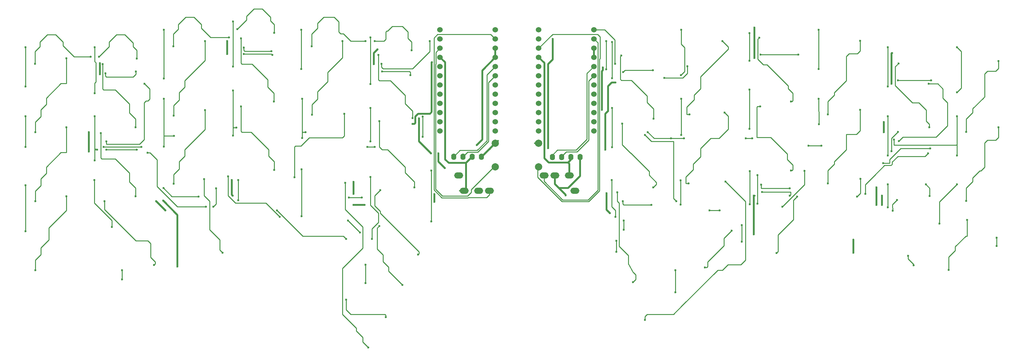
<source format=gbr>
%TF.GenerationSoftware,KiCad,Pcbnew,(5.1.6-0-10_14)*%
%TF.CreationDate,2020-10-01T16:36:50+02:00*%
%TF.ProjectId,cornetrack,636f726e-6574-4726-9163-6b2e6b696361,1.1*%
%TF.SameCoordinates,Original*%
%TF.FileFunction,Copper,L1,Top*%
%TF.FilePolarity,Positive*%
%FSLAX46Y46*%
G04 Gerber Fmt 4.6, Leading zero omitted, Abs format (unit mm)*
G04 Created by KiCad (PCBNEW (5.1.6-0-10_14)) date 2020-10-01 16:36:50*
%MOMM*%
%LPD*%
G01*
G04 APERTURE LIST*
%TA.AperFunction,ComponentPad*%
%ADD10O,2.500000X1.700000*%
%TD*%
%TA.AperFunction,ComponentPad*%
%ADD11C,1.524000*%
%TD*%
%TA.AperFunction,ComponentPad*%
%ADD12O,1.397000X1.778000*%
%TD*%
%TA.AperFunction,ComponentPad*%
%ADD13C,2.000000*%
%TD*%
%TA.AperFunction,ViaPad*%
%ADD14C,0.600000*%
%TD*%
%TA.AperFunction,Conductor*%
%ADD15C,0.250000*%
%TD*%
%TA.AperFunction,Conductor*%
%ADD16C,0.508000*%
%TD*%
%TA.AperFunction,Conductor*%
%ADD17C,0.500000*%
%TD*%
%TA.AperFunction,Conductor*%
%ADD18C,0.254000*%
%TD*%
G04 APERTURE END LIST*
D10*
%TO.P,J3,B*%
%TO.N,data_r*%
X155837500Y-72170000D03*
%TO.P,J3,C*%
%TO.N,GNDA*%
X158837500Y-72170000D03*
%TO.P,J3,D*%
%TO.N,VDD*%
X162837500Y-72170000D03*
%TO.P,J3,A*%
%TO.N,Net-(J3-PadA)*%
X164337500Y-76370000D03*
%TD*%
%TO.P,J1,B*%
%TO.N,data*%
X140834500Y-76392000D03*
%TO.P,J1,C*%
%TO.N,GND*%
X137834500Y-76392000D03*
%TO.P,J1,D*%
%TO.N,VCC*%
X133834500Y-76392000D03*
%TO.P,J1,A*%
%TO.N,Net-(J1-PadA)*%
X132334500Y-72192000D03*
%TD*%
D11*
%TO.P,U1,24*%
%TO.N,Net-(U1-Pad24)*%
X127203900Y-31942000D03*
%TO.P,U1,23*%
%TO.N,GND*%
X127203900Y-34482000D03*
%TO.P,U1,22*%
%TO.N,reset*%
X127203900Y-37022000D03*
%TO.P,U1,21*%
%TO.N,VCC*%
X127203900Y-39562000D03*
%TO.P,U1,20*%
%TO.N,col0*%
X127203900Y-42102000D03*
%TO.P,U1,19*%
%TO.N,col1*%
X127203900Y-44642000D03*
%TO.P,U1,18*%
%TO.N,col2*%
X127203900Y-47182000D03*
%TO.P,U1,17*%
%TO.N,col3*%
X127203900Y-49722000D03*
%TO.P,U1,16*%
%TO.N,col4*%
X127203900Y-52262000D03*
%TO.P,U1,15*%
%TO.N,col5*%
X127203900Y-54802000D03*
%TO.P,U1,14*%
%TO.N,Net-(U1-Pad14)*%
X127203900Y-57342000D03*
%TO.P,U1,13*%
%TO.N,Net-(U1-Pad13)*%
X127203900Y-59882000D03*
%TO.P,U1,12*%
%TO.N,Net-(U1-Pad12)*%
X142423900Y-59882000D03*
%TO.P,U1,11*%
%TO.N,Net-(U1-Pad11)*%
X142423900Y-57342000D03*
%TO.P,U1,10*%
%TO.N,row3*%
X142423900Y-54802000D03*
%TO.P,U1,9*%
%TO.N,row2*%
X142423900Y-52262000D03*
%TO.P,U1,8*%
%TO.N,row1*%
X142423900Y-49722000D03*
%TO.P,U1,7*%
%TO.N,row0*%
X142423900Y-47182000D03*
%TO.P,U1,6*%
%TO.N,SCL*%
X142423900Y-44642000D03*
%TO.P,U1,5*%
%TO.N,SDA*%
X142423900Y-42102000D03*
%TO.P,U1,4*%
%TO.N,GND*%
X142423900Y-39562000D03*
%TO.P,U1,3*%
X142423900Y-37022000D03*
%TO.P,U1,2*%
%TO.N,data*%
X142423900Y-34482000D03*
%TO.P,U1,1*%
%TO.N,LED*%
X142423900Y-31942000D03*
%TD*%
%TO.P,U2,24*%
%TO.N,Net-(U2-Pad24)*%
X154378900Y-31912000D03*
%TO.P,U2,23*%
%TO.N,GNDA*%
X154378900Y-34452000D03*
%TO.P,U2,22*%
%TO.N,reset_r*%
X154378900Y-36992000D03*
%TO.P,U2,21*%
%TO.N,VDD*%
X154378900Y-39532000D03*
%TO.P,U2,20*%
%TO.N,col0_r*%
X154378900Y-42072000D03*
%TO.P,U2,19*%
%TO.N,col1_r*%
X154378900Y-44612000D03*
%TO.P,U2,18*%
%TO.N,col2_r*%
X154378900Y-47152000D03*
%TO.P,U2,17*%
%TO.N,col3_r*%
X154378900Y-49692000D03*
%TO.P,U2,16*%
%TO.N,col4_r*%
X154378900Y-52232000D03*
%TO.P,U2,15*%
%TO.N,col5_r*%
X154378900Y-54772000D03*
%TO.P,U2,14*%
%TO.N,Net-(U2-Pad14)*%
X154378900Y-57312000D03*
%TO.P,U2,13*%
%TO.N,Net-(U2-Pad13)*%
X154378900Y-59852000D03*
%TO.P,U2,12*%
%TO.N,Net-(U2-Pad12)*%
X169598900Y-59852000D03*
%TO.P,U2,11*%
%TO.N,Net-(U2-Pad11)*%
X169598900Y-57312000D03*
%TO.P,U2,10*%
%TO.N,row3_r*%
X169598900Y-54772000D03*
%TO.P,U2,9*%
%TO.N,row2_r*%
X169598900Y-52232000D03*
%TO.P,U2,8*%
%TO.N,row1_r*%
X169598900Y-49692000D03*
%TO.P,U2,7*%
%TO.N,row0_r*%
X169598900Y-47152000D03*
%TO.P,U2,6*%
%TO.N,SCL_r*%
X169598900Y-44612000D03*
%TO.P,U2,5*%
%TO.N,SDA_r*%
X169598900Y-42072000D03*
%TO.P,U2,4*%
%TO.N,GNDA*%
X169598900Y-39532000D03*
%TO.P,U2,3*%
X169598900Y-36992000D03*
%TO.P,U2,2*%
%TO.N,data_r*%
X169598900Y-34452000D03*
%TO.P,U2,1*%
%TO.N,LED_r*%
X169598900Y-31912000D03*
%TD*%
D12*
%TO.P,J4,4*%
%TO.N,SDA_r*%
X158164500Y-67045000D03*
%TO.P,J4,3*%
%TO.N,SCL_r*%
X160704500Y-67045000D03*
%TO.P,J4,2*%
%TO.N,VDD*%
X163244500Y-67045000D03*
%TO.P,J4,1*%
%TO.N,GNDA*%
X165784500Y-67045000D03*
%TD*%
%TO.P,J2,4*%
%TO.N,GND*%
X138568500Y-67028000D03*
%TO.P,J2,3*%
%TO.N,VCC*%
X136028500Y-67028000D03*
%TO.P,J2,2*%
%TO.N,SCL*%
X133488500Y-67028000D03*
%TO.P,J2,1*%
%TO.N,SDA*%
X130948500Y-67028000D03*
%TD*%
D13*
%TO.P,RSW2,2*%
%TO.N,GNDA*%
X154304500Y-63272000D03*
%TO.P,RSW2,1*%
%TO.N,reset_r*%
X154304500Y-69772000D03*
%TD*%
%TO.P,RSW1,2*%
%TO.N,GND*%
X142424500Y-63281000D03*
%TO.P,RSW1,1*%
%TO.N,reset*%
X142424500Y-69781000D03*
%TD*%
D14*
%TO.N,row1*%
X122428000Y-55880000D03*
X122428000Y-61468000D03*
%TO.N,row2*%
X109220000Y-64262000D03*
X107188000Y-64262000D03*
%TO.N,row3*%
X124807500Y-70805000D03*
X101854000Y-84582000D03*
X105156000Y-87884000D03*
X124782499Y-84879999D03*
X106680000Y-96774000D03*
X106680000Y-101854000D03*
%TO.N,GND*%
X103378000Y-77216000D03*
X103378000Y-73914000D03*
X69850000Y-73406000D03*
X70104000Y-77724000D03*
X125641000Y-77305000D03*
X125641000Y-79413000D03*
X51562000Y-81788000D03*
X49022000Y-79248000D03*
X121412000Y-56388000D03*
X124714000Y-66040000D03*
X126746000Y-66040000D03*
X128524000Y-70104000D03*
X30480000Y-65532000D03*
X30480000Y-60198000D03*
X33528000Y-44196000D03*
X33528000Y-41148000D03*
X106426000Y-80264000D03*
X103378000Y-80264000D03*
X108966000Y-41402000D03*
X109982000Y-37338000D03*
X68580000Y-38608000D03*
X68580000Y-35052000D03*
X137287000Y-63754000D03*
X140843000Y-64897000D03*
%TO.N,VCC*%
X124957510Y-40905000D03*
X119634000Y-57912000D03*
X54864000Y-97282000D03*
X50927000Y-79121000D03*
%TO.N,col0*%
X13022500Y-74861500D03*
X13022500Y-55811500D03*
X13022500Y-36761500D03*
X13022500Y-47566500D03*
X13022500Y-64262000D03*
X34544000Y-64262000D03*
X44958000Y-64262000D03*
X13022500Y-87561500D03*
%TO.N,col1*%
X32072500Y-55811500D03*
X32072500Y-36761500D03*
X32072500Y-49461500D03*
X32072500Y-68003500D03*
X43688000Y-65024000D03*
X35306000Y-65024000D03*
X32766000Y-65024000D03*
X32004000Y-73406000D03*
X36830000Y-86360000D03*
%TO.N,col2*%
X51122500Y-50985500D03*
X51122500Y-31935500D03*
X51122500Y-45397500D03*
X51122500Y-64193500D03*
X51022500Y-75660500D03*
X60706000Y-77978000D03*
X53916500Y-61276000D03*
%TO.N,col3*%
X70172500Y-48699500D03*
X70172500Y-29649500D03*
X70172500Y-42095500D03*
X70172500Y-61145500D03*
X71120000Y-58928000D03*
X68834000Y-72390000D03*
X83058000Y-83566000D03*
%TO.N,col4*%
X89222500Y-50985500D03*
X89222500Y-61790500D03*
X88968500Y-31935500D03*
X88968500Y-42740500D03*
X90170000Y-60198000D03*
X89022500Y-70489500D03*
X89022500Y-83434500D03*
%TO.N,col5*%
X108018500Y-53525500D03*
X108018500Y-62738000D03*
X108018500Y-34036000D03*
X108018500Y-46921500D03*
X108022500Y-72571500D03*
X108458000Y-89662000D03*
%TO.N,LED*%
X111095000Y-41305000D03*
X124333000Y-35052000D03*
%TO.N,row0_r*%
X172974000Y-42860000D03*
X172974000Y-35052000D03*
%TO.N,row1_r*%
X177662500Y-43622000D03*
X215508500Y-38796000D03*
X225922500Y-38796000D03*
X262498500Y-45908000D03*
X253354500Y-45908000D03*
X185862000Y-43114000D03*
%TO.N,row2_r*%
X262244500Y-64704000D03*
X249290500Y-68768000D03*
X232272500Y-63942000D03*
X228716500Y-63942000D03*
X194426500Y-61910000D03*
X190870500Y-61910000D03*
X211444500Y-61910000D03*
X213222500Y-61910000D03*
X184404000Y-60198000D03*
%TO.N,Net-(D40-Pad2)*%
X210312000Y-90424000D03*
X201422000Y-81788000D03*
X204216000Y-81788000D03*
X210312000Y-85852000D03*
%TO.N,row3_r*%
X183642000Y-60960000D03*
X192278000Y-79248000D03*
X280455050Y-89368950D03*
X280455050Y-91654950D03*
%TO.N,LED_r*%
X175417000Y-41305000D03*
%TO.N,col0_r*%
X269562500Y-49210000D03*
X269562500Y-66616500D03*
X264736500Y-85412500D03*
X269562500Y-74607500D03*
X269562500Y-55811500D03*
X269562500Y-36761500D03*
X252222000Y-62230000D03*
%TO.N,col1_r*%
X250512500Y-74607500D03*
X250512500Y-66616500D03*
X250512500Y-47566500D03*
X250512500Y-55811500D03*
X250512500Y-36761500D03*
X250512500Y-80957500D03*
%TO.N,col2_r*%
X231462500Y-50985500D03*
X231462500Y-42740500D03*
X231462500Y-31935500D03*
X227584000Y-70866000D03*
X221488000Y-80772000D03*
X231521000Y-58039000D03*
%TO.N,col3_r*%
X212412500Y-59250500D03*
X212412500Y-48445500D03*
X212412500Y-40454500D03*
X212529500Y-70985000D03*
X212529500Y-80078500D03*
X212412500Y-32834500D03*
%TO.N,col4_r*%
X193479500Y-73525000D03*
X193616500Y-60960000D03*
X193616500Y-50985500D03*
X193616500Y-31935500D03*
X193548000Y-44450000D03*
X193479500Y-80195500D03*
%TO.N,col5_r*%
X174566500Y-64330500D03*
X174566500Y-53525500D03*
X174566500Y-45280500D03*
X174566500Y-35306000D03*
X174529500Y-73406000D03*
X175514000Y-83566000D03*
%TO.N,VDD*%
X172074500Y-42352000D03*
X248920000Y-77724000D03*
X171787500Y-54069000D03*
X241046000Y-93472000D03*
X248920000Y-80264000D03*
X241046000Y-89916000D03*
%TO.N,GNDA*%
X161807500Y-77705000D03*
X247396000Y-75438000D03*
X247396000Y-80264000D03*
X213614000Y-77724000D03*
X172720000Y-65024000D03*
X173482000Y-54356000D03*
X213745000Y-39755000D03*
X213745000Y-31373000D03*
X173090520Y-77078520D03*
X173990000Y-82550000D03*
X249428000Y-60198000D03*
X249428000Y-57404000D03*
X175514000Y-46482000D03*
X251570000Y-46880000D03*
X251714000Y-38354000D03*
X213614000Y-88392000D03*
X158206000Y-34453000D03*
X158206000Y-34453000D03*
X156972000Y-64643000D03*
%TO.N,Net-(LED1-Pad2)*%
X45830000Y-46880000D03*
X35306000Y-62738000D03*
%TO.N,Net-(LED1-Pad4)*%
X81026000Y-38862000D03*
X73152000Y-38608000D03*
X43434000Y-43434000D03*
X35052000Y-43942000D03*
%TO.N,Net-(LED2-Pad4)*%
X119071000Y-44505000D03*
X111252000Y-43434000D03*
X80772000Y-37846000D03*
X73152000Y-36830000D03*
%TO.N,Net-(LED10-Pad2)*%
X53752000Y-36480000D03*
X69088000Y-34036000D03*
X71374000Y-31750000D03*
X81534000Y-32766000D03*
%TO.N,Net-(LED11-Pad4)*%
X119380000Y-37592000D03*
X91852000Y-36480000D03*
X106680000Y-35052000D03*
X109220000Y-35052000D03*
%TO.N,Net-(LED13-Pad4)*%
X15748000Y-60198000D03*
X24336000Y-39830000D03*
%TO.N,Net-(LED14-Pad2)*%
X43386000Y-58880000D03*
X34290000Y-41402000D03*
%TO.N,Net-(LED15-Pad4)*%
X53848000Y-55626000D03*
X62484000Y-35052000D03*
%TO.N,Net-(LED10-Pad4)*%
X72390000Y-34290000D03*
X81486000Y-51768000D03*
%TO.N,Net-(LED11-Pad2)*%
X91948000Y-55372000D03*
X100330000Y-35052000D03*
%TO.N,Net-(LED12-Pad4)*%
X119634000Y-56340000D03*
X110236000Y-38862000D03*
%TO.N,Net-(LED13-Pad2)*%
X24336000Y-58880000D03*
X15748000Y-79248000D03*
%TO.N,Net-(LED14-Pad4)*%
X33782000Y-60452000D03*
X43386000Y-77930000D03*
%TO.N,Net-(LED16-Pad4)*%
X72390000Y-53086000D03*
X81534000Y-70612000D03*
%TO.N,Net-(LED17-Pad2)*%
X87122000Y-72644000D03*
X100838000Y-55118000D03*
%TO.N,Net-(LED18-Pad4)*%
X110490000Y-57150000D03*
X120125000Y-75455000D03*
%TO.N,Net-(LED22-Pad4)*%
X71628000Y-73406000D03*
X71628000Y-78994000D03*
X82296000Y-81788000D03*
X101346000Y-89662000D03*
%TO.N,Net-(LED24-Pad4)*%
X110744000Y-76200000D03*
X121158000Y-93980000D03*
%TO.N,Net-(LED25-Pad4)*%
X112268000Y-111252000D03*
X101346000Y-106426000D03*
%TO.N,Net-(LED27-Pad4)*%
X116840000Y-102362000D03*
X110490000Y-86106000D03*
%TO.N,Net-(LED28-Pad2)*%
X253608500Y-62672000D03*
X261764000Y-46880000D03*
%TO.N,Net-(LED29-Pad4)*%
X188976000Y-45212000D03*
X195326000Y-42037000D03*
%TO.N,Net-(LED32-Pad2)*%
X223489000Y-77755000D03*
X215900000Y-76708000D03*
X185420000Y-80264000D03*
X177546000Y-79248000D03*
%TO.N,Net-(LED34-Pad2)*%
X281040500Y-40574000D03*
X272150500Y-60132000D03*
%TO.N,Net-(LED35-Pad4)*%
X253502500Y-41230000D03*
X261990500Y-58862000D03*
%TO.N,Net-(LED37-Pad4)*%
X215119500Y-34105000D03*
X223890500Y-51750000D03*
%TO.N,Net-(LED38-Pad2)*%
X205000500Y-35080000D03*
X195950500Y-55306000D03*
%TO.N,Net-(LED39-Pad4)*%
X177154500Y-39050000D03*
X177154500Y-39050000D03*
X186044500Y-56455000D03*
%TO.N,Net-(LED4-Pad2)*%
X46642000Y-65880000D03*
X65532000Y-75692000D03*
X62738000Y-80772000D03*
X64770000Y-80772000D03*
%TO.N,Net-(LED5-Pad2)*%
X105664000Y-78232000D03*
X102108000Y-78232000D03*
%TO.N,Net-(LED7-Pad4)*%
X43688000Y-39878000D03*
X15652000Y-41306000D03*
X30988000Y-39370000D03*
X33274000Y-39370000D03*
%TO.N,Net-(LED15-Pad2)*%
X62484000Y-54102000D03*
X53848000Y-74422000D03*
%TO.N,Net-(LED20-Pad4)*%
X34798000Y-79248000D03*
X48408000Y-96880000D03*
%TO.N,Net-(LED23-Pad2)*%
X101092000Y-74168000D03*
X107442000Y-119634000D03*
%TO.N,Net-(LED31-Pad2)*%
X261620000Y-66040000D03*
X244348000Y-77216000D03*
X223520000Y-75692000D03*
X215646000Y-74676000D03*
%TO.N,Net-(LED33-Pad2)*%
X177800000Y-84582000D03*
X177800000Y-87122000D03*
X175768000Y-90170000D03*
X175768000Y-93218000D03*
%TO.N,Net-(LED40-Pad2)*%
X272150500Y-79182000D03*
X281008500Y-58830000D03*
%TO.N,Net-(LED41-Pad4)*%
X262072500Y-77830000D03*
X253354500Y-60132000D03*
X251576500Y-65466000D03*
X261012750Y-74648250D03*
%TO.N,Net-(LED42-Pad2)*%
X234050500Y-74356000D03*
X242908500Y-54004000D03*
%TO.N,Net-(LED43-Pad4)*%
X215423500Y-53105000D03*
X223890500Y-70800000D03*
%TO.N,Net-(LED44-Pad2)*%
X205602500Y-54798000D03*
X195696500Y-74356000D03*
%TO.N,Net-(LED45-Pad4)*%
X177408500Y-57846000D03*
X185961500Y-75455000D03*
%TO.N,Net-(LED47-Pad4)*%
X253100500Y-78928000D03*
X257672500Y-96962000D03*
X256148500Y-94371500D03*
X251841000Y-81915000D03*
%TO.N,Net-(LED49-Pad4)*%
X214630000Y-72105000D03*
X214630000Y-79907500D03*
X207518000Y-87376000D03*
X200152000Y-97536000D03*
%TO.N,Net-(LED50-Pad2)*%
X205856500Y-73848000D03*
X183642000Y-112014000D03*
%TO.N,Net-(LED51-Pad4)*%
X176022000Y-76855000D03*
X180340000Y-101600000D03*
%TO.N,Net-(LED52-Pad4)*%
X192024000Y-98298000D03*
X192024000Y-104394000D03*
%TO.N,Net-(LED36-Pad2)*%
X234050500Y-55306000D03*
X242908500Y-34954000D03*
%TO.N,Net-(LED19-Pad2)*%
X15748000Y-98298000D03*
X24336000Y-77930000D03*
%TO.N,Net-(LED46-Pad2)*%
X267324500Y-98232000D03*
X272404500Y-84465500D03*
%TO.N,Net-(LED21-Pad2)*%
X62230000Y-73152000D03*
X67310000Y-93472000D03*
%TO.N,Net-(LED48-Pad2)*%
X243006000Y-73080000D03*
X219839000Y-93597000D03*
X242062000Y-77978000D03*
X225552000Y-77978000D03*
%TO.N,Net-(LED56-Pad4)*%
X39624000Y-98298000D03*
X39624000Y-100838000D03*
%TD*%
D15*
%TO.N,row1*%
X122428000Y-55880000D02*
X122428000Y-61468000D01*
%TO.N,row2*%
X109220000Y-64262000D02*
X107188000Y-64262000D01*
X107188000Y-64262000D02*
X107188000Y-64262000D01*
%TO.N,row3*%
X124782499Y-70830001D02*
X124807500Y-70805000D01*
X124782499Y-84879999D02*
X124782499Y-84879999D01*
X101854000Y-84582000D02*
X104902000Y-87630000D01*
X104902000Y-87630000D02*
X105156000Y-87884000D01*
X105156000Y-87884000D02*
X105156000Y-87884000D01*
X124782499Y-84879999D02*
X124782499Y-70830001D01*
X106680000Y-96774000D02*
X106680000Y-101854000D01*
X106680000Y-101854000D02*
X106680000Y-101854000D01*
D16*
%TO.N,GND*%
X142423900Y-37022000D02*
X142423900Y-39562000D01*
X138677500Y-67028000D02*
X138568500Y-67028000D01*
X142424500Y-63281000D02*
X138677500Y-67028000D01*
X143134500Y-62571000D02*
X142424500Y-63281000D01*
X138302500Y-76392000D02*
X138568500Y-76658000D01*
X138256500Y-76392000D02*
X138302500Y-76392000D01*
D17*
X103378000Y-73914000D02*
X103378000Y-77216000D01*
X69850000Y-73406000D02*
X69850000Y-77470000D01*
X69850000Y-77470000D02*
X70104000Y-77724000D01*
X70104000Y-77724000D02*
X70104000Y-77724000D01*
X125641000Y-77305000D02*
X125641000Y-79083000D01*
X125641000Y-79083000D02*
X125641000Y-79413000D01*
X125641000Y-79413000D02*
X125641000Y-79413000D01*
X51562000Y-81788000D02*
X49022000Y-79248000D01*
X49022000Y-79248000D02*
X49022000Y-79248000D01*
X121412000Y-56388000D02*
X121412000Y-61562002D01*
X121412000Y-61562002D02*
X121412000Y-62738000D01*
X121412000Y-62738000D02*
X124714000Y-66040000D01*
X124714000Y-66040000D02*
X124714000Y-66040000D01*
X126746000Y-66040000D02*
X126746000Y-68326000D01*
X126746000Y-68326000D02*
X128524000Y-70104000D01*
X128524000Y-70104000D02*
X128524000Y-70104000D01*
X30480000Y-65532000D02*
X30480000Y-60198000D01*
X30480000Y-60198000D02*
X30480000Y-60198000D01*
X33528000Y-44196000D02*
X33528000Y-41148000D01*
X106426000Y-80264000D02*
X103378000Y-80264000D01*
X103378000Y-80264000D02*
X103378000Y-80264000D01*
X109982000Y-37338000D02*
X109982000Y-37338000D01*
X108966000Y-38354000D02*
X109982000Y-37338000D01*
X108966000Y-38354000D02*
X108966000Y-41402000D01*
X68580000Y-38608000D02*
X68580000Y-35052000D01*
X68580000Y-35052000D02*
X68580000Y-35052000D01*
X142423900Y-39562000D02*
X138811000Y-43174900D01*
X138811000Y-43174900D02*
X138811000Y-61722000D01*
X138811000Y-61722000D02*
X138811000Y-62230000D01*
X138811000Y-62230000D02*
X137541000Y-63500000D01*
X137541000Y-63500000D02*
X137287000Y-63754000D01*
X137287000Y-63754000D02*
X137287000Y-63754000D01*
D16*
%TO.N,VCC*%
X128627500Y-40937000D02*
X128627500Y-67737000D01*
X128419901Y-40778001D02*
X128468501Y-40778001D01*
X128468501Y-40778001D02*
X128627500Y-40937000D01*
X127203900Y-39562000D02*
X128419901Y-40778001D01*
X133834500Y-76392000D02*
X132682500Y-76392000D01*
X134326500Y-68730000D02*
X136028500Y-67028000D01*
X129620500Y-68730000D02*
X134326500Y-68730000D01*
X128627500Y-67737000D02*
X129620500Y-68730000D01*
D17*
X133834500Y-76176500D02*
X133834500Y-76392000D01*
X54864000Y-83058000D02*
X54864000Y-94488000D01*
X54864000Y-94488000D02*
X54864000Y-97282000D01*
X50927000Y-79121000D02*
X54864000Y-83058000D01*
X120396000Y-57658000D02*
X120142000Y-57912000D01*
X120142000Y-57912000D02*
X119634000Y-57912000D01*
X124460000Y-55118000D02*
X121158000Y-55118000D01*
X120396000Y-55880000D02*
X120396000Y-57658000D01*
X124907500Y-54670500D02*
X124460000Y-55118000D01*
X124957510Y-40905000D02*
X124907500Y-40955010D01*
X121158000Y-55118000D02*
X120396000Y-55880000D01*
X124907500Y-40955010D02*
X124907500Y-54670500D01*
X134326500Y-75900000D02*
X133834500Y-76392000D01*
X134326500Y-68730000D02*
X134326500Y-75900000D01*
D15*
%TO.N,col0*%
X13022500Y-36761500D02*
X13022500Y-47566500D01*
X13022500Y-47566500D02*
X13022500Y-47566500D01*
X13022500Y-55811500D02*
X13022500Y-63822500D01*
X13022500Y-63822500D02*
X13022500Y-64262000D01*
X13022500Y-63822500D02*
X13022500Y-64008000D01*
X43688000Y-64262000D02*
X43688000Y-64262000D01*
X35306000Y-64262000D02*
X34544000Y-64262000D01*
X44958000Y-64262000D02*
X35306000Y-64262000D01*
X13022500Y-85666500D02*
X13022500Y-87561500D01*
X13022500Y-74861500D02*
X13022500Y-85666500D01*
%TO.N,col1*%
X32072500Y-49461500D02*
X32072500Y-49461500D01*
X32072500Y-66616500D02*
X32072500Y-68003500D01*
X32072500Y-68003500D02*
X32072500Y-68003500D01*
X32072500Y-64955500D02*
X32326500Y-64955500D01*
X32072500Y-65209500D02*
X32326500Y-64955500D01*
X32072500Y-64701500D02*
X32072500Y-64955500D01*
X32072500Y-64955500D02*
X32072500Y-66616500D01*
X32072500Y-64701500D02*
X32326500Y-64955500D01*
X32072500Y-55811500D02*
X32072500Y-64447500D01*
X32072500Y-64447500D02*
X32072500Y-64701500D01*
X36830000Y-84582000D02*
X36830000Y-84582000D01*
X36830000Y-84582000D02*
X36830000Y-84582000D01*
X36830000Y-84582000D02*
X36830000Y-86360000D01*
X32004000Y-79756000D02*
X36830000Y-84582000D01*
X32004000Y-73406000D02*
X32004000Y-79756000D01*
X35306000Y-65024000D02*
X43688000Y-65024000D01*
X32697500Y-64955500D02*
X32766000Y-65024000D01*
X32326500Y-64955500D02*
X32697500Y-64955500D01*
X32072500Y-49461500D02*
X32072500Y-46667500D01*
X32072500Y-46667500D02*
X32394999Y-46345001D01*
X32394999Y-42281001D02*
X32394999Y-41030999D01*
X32394999Y-46345001D02*
X32394999Y-42281001D01*
X32394999Y-42281001D02*
X32394999Y-42027001D01*
X32072500Y-40708500D02*
X32072500Y-36761500D01*
X32394999Y-41030999D02*
X32072500Y-40708500D01*
%TO.N,col2*%
X51122500Y-31935500D02*
X51122500Y-42740500D01*
X51122500Y-42740500D02*
X51122500Y-45143500D01*
X51122500Y-45143500D02*
X51122500Y-45397500D01*
X51122500Y-45397500D02*
X51122500Y-45397500D01*
X51122500Y-64193500D02*
X51122500Y-64193500D01*
X51122500Y-61790500D02*
X51122500Y-64193500D01*
X51122500Y-50985500D02*
X51122500Y-61399500D01*
X51122500Y-61399500D02*
X51122500Y-61790500D01*
X51022500Y-75660500D02*
X53340000Y-77978000D01*
X53340000Y-77978000D02*
X53340000Y-77978000D01*
X53340000Y-77978000D02*
X60706000Y-77978000D01*
X60706000Y-77978000D02*
X60706000Y-77978000D01*
X51122500Y-61276000D02*
X53916500Y-61276000D01*
X53916500Y-61276000D02*
X53916500Y-61276000D01*
%TO.N,col3*%
X70172500Y-29649500D02*
X70172500Y-40454500D01*
X70172500Y-40454500D02*
X70172500Y-42095500D01*
X70172500Y-42095500D02*
X70172500Y-42095500D01*
X70172500Y-59504500D02*
X70172500Y-61145500D01*
X70172500Y-61145500D02*
X70172500Y-61145500D01*
D18*
X71120000Y-58928000D02*
X70241000Y-58928000D01*
D15*
X70172500Y-58742500D02*
X70358000Y-58928000D01*
X70172500Y-58234500D02*
X70172500Y-58488500D01*
X70172500Y-48699500D02*
X70172500Y-58234500D01*
X70172500Y-58234500D02*
X70172500Y-58605500D01*
X70172500Y-59113500D02*
X70358000Y-58928000D01*
X70172500Y-58605500D02*
X70172500Y-58859500D01*
X70172500Y-58859500D02*
X70172500Y-59504500D01*
X68834000Y-72390000D02*
X68834000Y-77724000D01*
X68834000Y-77724000D02*
X70866000Y-79756000D01*
X83058000Y-83566000D02*
X81280000Y-81788000D01*
X81280000Y-81788000D02*
X79248000Y-79756000D01*
X70866000Y-79756000D02*
X79248000Y-79756000D01*
%TO.N,col4*%
X88968500Y-31935500D02*
X88968500Y-42740500D01*
D18*
X89408000Y-60198000D02*
X89291000Y-60198000D01*
X90170000Y-60198000D02*
X89408000Y-60198000D01*
D15*
X89222500Y-60012500D02*
X89408000Y-60198000D01*
X89222500Y-59758500D02*
X89222500Y-60129500D01*
X89408000Y-60198000D02*
X89222500Y-60383500D01*
X89222500Y-60129500D02*
X89222500Y-60383500D01*
X89222500Y-59367500D02*
X89222500Y-61790500D01*
X89222500Y-50985500D02*
X89222500Y-59367500D01*
X89022500Y-70489500D02*
X89022500Y-79116500D01*
X89022500Y-79116500D02*
X89022500Y-83434500D01*
X89022500Y-83434500D02*
X89022500Y-83434500D01*
%TO.N,col5*%
X108018500Y-46921500D02*
X108018500Y-46921500D01*
X108018500Y-34475500D02*
X108018500Y-34036000D01*
X108018500Y-46921500D02*
X108018500Y-34475500D01*
X108018500Y-62738000D02*
X108018500Y-60774500D01*
X108018500Y-60774500D02*
X108018500Y-53525500D01*
X108022500Y-72571500D02*
X108022500Y-77143500D01*
X108458000Y-89662000D02*
X108458000Y-86868000D01*
X108458000Y-86868000D02*
X110236000Y-85090000D01*
X110236000Y-85090000D02*
X110236000Y-82550000D01*
X108022500Y-80336500D02*
X108022500Y-77143500D01*
X110236000Y-82550000D02*
X108022500Y-80336500D01*
%TO.N,LED*%
X111095000Y-41305000D02*
X111095000Y-42261000D01*
X111095000Y-42261000D02*
X111506000Y-42672000D01*
X111506000Y-42672000D02*
X119126000Y-42672000D01*
X119126000Y-42672000D02*
X119634000Y-42672000D01*
X119634000Y-42672000D02*
X119634000Y-42672000D01*
X119634000Y-42672000D02*
X123698000Y-38608000D01*
X123698000Y-38608000D02*
X124333000Y-37973000D01*
X124333000Y-37973000D02*
X124333000Y-37973000D01*
X124333000Y-37973000D02*
X124333000Y-35052000D01*
X124333000Y-35052000D02*
X124333000Y-35052000D01*
D18*
%TO.N,data*%
X125534502Y-34193998D02*
X125534502Y-40554028D01*
X125534502Y-40554028D02*
X125584512Y-40604038D01*
X125534502Y-41255972D02*
X125534502Y-75370986D01*
X140834500Y-77496000D02*
X140834500Y-76392000D01*
X126514500Y-33214000D02*
X125534502Y-34193998D01*
X134969536Y-78300000D02*
X134986538Y-78282998D01*
X142423900Y-34482000D02*
X141155900Y-33214000D01*
X125584512Y-40604038D02*
X125584512Y-41205962D01*
X134986538Y-78282998D02*
X140047502Y-78282998D01*
X141155900Y-33214000D02*
X126514500Y-33214000D01*
X125584512Y-41205962D02*
X125534502Y-41255972D01*
X140047502Y-78282998D02*
X140834500Y-77496000D01*
D15*
X125534502Y-75370986D02*
X125534502Y-76141498D01*
X127693004Y-78300000D02*
X128592000Y-78300000D01*
X125534502Y-76141498D02*
X127693004Y-78300000D01*
D18*
X128592000Y-78300000D02*
X134969536Y-78300000D01*
X128463516Y-78300000D02*
X128592000Y-78300000D01*
%TO.N,reset*%
X135807500Y-76040000D02*
X142066500Y-69781000D01*
X135807500Y-76819968D02*
X135807500Y-76040000D01*
X125988513Y-41444029D02*
X125988513Y-75182929D01*
X134787468Y-77840000D02*
X135807500Y-76819968D01*
X142066500Y-69781000D02*
X142424500Y-69781000D01*
X126038522Y-41394020D02*
X125988513Y-41444029D01*
X128645584Y-77840000D02*
X134787468Y-77840000D01*
X126038522Y-38187378D02*
X126038522Y-41394020D01*
X127203900Y-37022000D02*
X126038522Y-38187378D01*
D15*
X128645584Y-77840000D02*
X127878000Y-77840000D01*
X127878000Y-77840000D02*
X125984512Y-75946512D01*
X125988513Y-75942511D02*
X125988513Y-75182929D01*
X125984512Y-75946512D02*
X125988513Y-75942511D01*
D18*
%TO.N,SCL*%
X134186999Y-66329501D02*
X133488500Y-67028000D01*
X142423900Y-44642000D02*
X140558511Y-46507389D01*
X134808489Y-65708011D02*
X134186999Y-66329501D01*
X140558510Y-62742058D02*
X137592557Y-65708011D01*
X137592557Y-65708011D02*
X134808489Y-65708011D01*
X140558511Y-46507389D02*
X140558510Y-62742058D01*
%TO.N,SDA*%
X137404500Y-65254000D02*
X132704500Y-65254000D01*
X132704500Y-65254000D02*
X130948500Y-67010000D01*
X140104500Y-44421400D02*
X140104500Y-62554000D01*
X140104500Y-62554000D02*
X137404500Y-65254000D01*
X130948500Y-67010000D02*
X130948500Y-67028000D01*
X142423900Y-42102000D02*
X140104500Y-44421400D01*
D15*
%TO.N,row0_r*%
X172974000Y-35306000D02*
X172974000Y-35052000D01*
X172974000Y-35052000D02*
X172974000Y-35052000D01*
X172974000Y-37917500D02*
X172974000Y-42860000D01*
X172974000Y-38100000D02*
X172974000Y-37917500D01*
X172974000Y-37917500D02*
X172974000Y-35306000D01*
%TO.N,row1_r*%
X177662500Y-43622000D02*
X178170500Y-43114000D01*
X178170500Y-43114000D02*
X185282500Y-43114000D01*
X224652500Y-38796000D02*
X224652500Y-38796000D01*
X224652500Y-38796000D02*
X225922500Y-38796000D01*
X215508500Y-38796000D02*
X224652500Y-38796000D01*
X253354500Y-45908000D02*
X262498500Y-45908000D01*
X185282500Y-43114000D02*
X185862000Y-43114000D01*
X185862000Y-43114000D02*
X185862000Y-43114000D01*
%TO.N,row2_r*%
X262244500Y-64704000D02*
X254116500Y-64704000D01*
X254116500Y-64704000D02*
X251068500Y-67752000D01*
X251068500Y-67752000D02*
X251068500Y-68768000D01*
X251068500Y-68768000D02*
X249290500Y-68768000D01*
X249290500Y-68768000D02*
X249290500Y-68768000D01*
X232272500Y-63942000D02*
X228716500Y-63942000D01*
X194426500Y-61910000D02*
X190870500Y-61910000D01*
X211444500Y-61910000D02*
X213222500Y-61910000D01*
X186116000Y-61910000D02*
X186055000Y-61849000D01*
X190870500Y-61910000D02*
X186116000Y-61910000D01*
X186055000Y-61849000D02*
X184404000Y-60198000D01*
%TO.N,Net-(D40-Pad2)*%
X210312000Y-90424000D02*
X210312000Y-89244998D01*
X201422000Y-81788000D02*
X204216000Y-81788000D01*
X204216000Y-81788000D02*
X204216000Y-81788000D01*
X210312000Y-89244998D02*
X210312000Y-85852000D01*
X210312000Y-85852000D02*
X210312000Y-85852000D01*
%TO.N,row3_r*%
X192278000Y-79248000D02*
X192278000Y-79248000D01*
X191516000Y-62738000D02*
X191516000Y-78486000D01*
X185420000Y-62738000D02*
X191516000Y-62738000D01*
X191516000Y-78486000D02*
X192278000Y-79248000D01*
X183642000Y-60960000D02*
X185420000Y-62738000D01*
X280455050Y-89368950D02*
X280455050Y-91654950D01*
X280455050Y-91654950D02*
X280455050Y-91654950D01*
D18*
%TO.N,data_r*%
X155837500Y-72170000D02*
X155837500Y-73170000D01*
X160968489Y-78890989D02*
X155837500Y-73760000D01*
X167954443Y-78890989D02*
X160968489Y-78890989D01*
X170646488Y-76198944D02*
X167954443Y-78890989D01*
X170646488Y-60155982D02*
X170646488Y-76198944D01*
X170687901Y-60114569D02*
X170646488Y-60155982D01*
X170687901Y-35537001D02*
X170687901Y-60114569D01*
X155837500Y-73760000D02*
X155837500Y-72170000D01*
X169603900Y-34453000D02*
X170687901Y-35537001D01*
%TO.N,SDA_r*%
X169603900Y-42073000D02*
X167674500Y-44002400D01*
X158039500Y-66680000D02*
X158039500Y-67015000D01*
X164648511Y-65170989D02*
X159548511Y-65170989D01*
X167674500Y-44002400D02*
X167674500Y-62145000D01*
X159548511Y-65170989D02*
X158039500Y-66680000D01*
X167674500Y-62145000D02*
X164648511Y-65170989D01*
%TO.N,SCL_r*%
X161969500Y-65625000D02*
X160579500Y-67015000D01*
X168128511Y-46088389D02*
X168128511Y-62390989D01*
X164894500Y-65625000D02*
X161969500Y-65625000D01*
X169603900Y-44613000D02*
X168128511Y-46088389D01*
X168128511Y-62390989D02*
X164894500Y-65625000D01*
D15*
%TO.N,LED_r*%
X175376500Y-41264500D02*
X175417000Y-41305000D01*
X175376500Y-34732000D02*
X175376500Y-41264500D01*
X172556500Y-31912000D02*
X175376500Y-34732000D01*
X169643900Y-31912000D02*
X172556500Y-31912000D01*
D18*
%TO.N,reset_r*%
X154057500Y-70019000D02*
X154304500Y-69772000D01*
X160772500Y-79345000D02*
X154057500Y-72630000D01*
X154057500Y-72630000D02*
X154057500Y-70019000D01*
X171100499Y-76387001D02*
X168142500Y-79345000D01*
X171141911Y-60302627D02*
X171100499Y-60344039D01*
X171100499Y-60344039D02*
X171100499Y-76387001D01*
X171141912Y-40092614D02*
X171141911Y-60302627D01*
X171307500Y-39927026D02*
X171141912Y-40092614D01*
X168142500Y-79345000D02*
X160772500Y-79345000D01*
X158201900Y-33175000D02*
X170634500Y-33175000D01*
X154383900Y-36993000D02*
X158201900Y-33175000D01*
X170634500Y-33175000D02*
X171307500Y-33848000D01*
X171307500Y-33848000D02*
X171307500Y-39927026D01*
%TO.N,col0_r*%
X262128000Y-63754000D02*
X252222000Y-63754000D01*
X252222000Y-63754000D02*
X252222000Y-62230000D01*
D15*
X262128000Y-63754000D02*
X269377000Y-63754000D01*
X269562500Y-63568500D02*
X269562500Y-66616500D01*
X269377000Y-63754000D02*
X269562500Y-63568500D01*
X269562500Y-55811500D02*
X269562500Y-63568500D01*
X270764000Y-48008500D02*
X270764000Y-37963000D01*
X270764000Y-37963000D02*
X269562500Y-36761500D01*
X269562500Y-49210000D02*
X270764000Y-48008500D01*
X264736500Y-79433500D02*
X264736500Y-80449500D01*
X264736500Y-80449500D02*
X264736500Y-85412500D01*
X269562500Y-74607500D02*
X264736500Y-79433500D01*
%TO.N,col1_r*%
X250512500Y-55811500D02*
X250512500Y-66616500D01*
X250512500Y-36761500D02*
X250512500Y-47566500D01*
X250512500Y-74607500D02*
X250512500Y-80957500D01*
%TO.N,col2_r*%
X231462500Y-31935500D02*
X231462500Y-42740500D01*
X227584000Y-74676000D02*
X227584000Y-74422000D01*
X221488000Y-80772000D02*
X227584000Y-74676000D01*
X227584000Y-70866000D02*
X227584000Y-74422000D01*
X231462500Y-50985500D02*
X231521000Y-58039000D01*
X231521000Y-58039000D02*
X231462500Y-57980500D01*
%TO.N,col3_r*%
X212412500Y-48445500D02*
X212412500Y-59250500D01*
X212529500Y-70985000D02*
X212529500Y-78504500D01*
X212529500Y-78504500D02*
X212529500Y-79824500D01*
X212529500Y-79824500D02*
X212529500Y-80078500D01*
X212529500Y-80078500D02*
X212529500Y-80078500D01*
X212412500Y-40454500D02*
X212412500Y-32834500D01*
%TO.N,col4_r*%
X193479500Y-73525000D02*
X193479500Y-77473000D01*
X193479500Y-77473000D02*
X193479500Y-77909500D01*
X193479500Y-77909500D02*
X193479500Y-77909500D01*
X193479500Y-77909500D02*
X193479500Y-80195500D01*
X193479500Y-80195500D02*
X193479500Y-80195500D01*
X193616500Y-50985500D02*
X193616500Y-60637500D01*
X193616500Y-60637500D02*
X193616500Y-60960000D01*
X194564000Y-43434000D02*
X193548000Y-44450000D01*
X194564000Y-36830000D02*
X194564000Y-43434000D01*
X193616500Y-35882500D02*
X194564000Y-36830000D01*
X193616500Y-31935500D02*
X193616500Y-35882500D01*
%TO.N,col5_r*%
X174566500Y-53525500D02*
X174566500Y-64330500D01*
X174566500Y-44686000D02*
X174566500Y-44889500D01*
X174566500Y-45280500D02*
X174566500Y-44686000D01*
X174566500Y-35306000D02*
X174566500Y-44686000D01*
X174529500Y-79279500D02*
X174529500Y-73406000D01*
X174529500Y-79279500D02*
X174529500Y-80803500D01*
X174529500Y-80803500D02*
X175514000Y-81788000D01*
X175514000Y-81788000D02*
X175514000Y-83566000D01*
X175514000Y-83566000D02*
X175514000Y-83566000D01*
D17*
%TO.N,VDD*%
X163214500Y-67015000D02*
X163119500Y-67015000D01*
X163244500Y-67045000D02*
X163214500Y-67015000D01*
X162469500Y-68600000D02*
X163244500Y-67825000D01*
X163244500Y-67825000D02*
X163244500Y-67045000D01*
X162837500Y-68968000D02*
X162837500Y-72170000D01*
X162469500Y-68600000D02*
X162837500Y-68968000D01*
X161534500Y-68600000D02*
X162469500Y-68600000D01*
X159047500Y-68610000D02*
X159057500Y-68600000D01*
X157097500Y-68610000D02*
X159047500Y-68610000D01*
X159057500Y-68600000D02*
X161534500Y-68600000D01*
X154383900Y-39533000D02*
X155917500Y-41066600D01*
X155917500Y-67430000D02*
X157097500Y-68610000D01*
X155917500Y-41066600D02*
X155917500Y-67430000D01*
X172074500Y-43114000D02*
X172074500Y-42352000D01*
X171787500Y-43401000D02*
X172074500Y-43114000D01*
X171787500Y-54069000D02*
X171787500Y-54069000D01*
X171787500Y-54069000D02*
X171787500Y-43401000D01*
X241046000Y-93472000D02*
X241046000Y-89916000D01*
X248920000Y-80264000D02*
X248920000Y-77724000D01*
X241046000Y-89916000D02*
X241046000Y-89864814D01*
%TO.N,GNDA*%
X169603900Y-36993000D02*
X169603900Y-39533000D01*
X165689500Y-67045000D02*
X165784500Y-67045000D01*
X165659500Y-67015000D02*
X165689500Y-67045000D01*
D16*
X153304500Y-63272000D02*
X154304500Y-63272000D01*
X158837500Y-72170000D02*
X158837500Y-73170000D01*
X158837500Y-71948000D02*
X158837500Y-72170000D01*
D17*
X158837500Y-74520000D02*
X158837500Y-73170000D01*
X158837500Y-74538000D02*
X158837500Y-74520000D01*
X159924500Y-75625000D02*
X158837500Y-74538000D01*
X165784500Y-72295000D02*
X162454500Y-75625000D01*
X162454500Y-75625000D02*
X159924500Y-75625000D01*
X165784500Y-67045000D02*
X165784500Y-72295000D01*
X161807500Y-77508000D02*
X158837500Y-74538000D01*
X161807500Y-77705000D02*
X161807500Y-77508000D01*
X213868000Y-77724000D02*
X213868000Y-77724000D01*
X213614000Y-82804000D02*
X213614000Y-77724000D01*
X172720000Y-65024000D02*
X172720000Y-58674000D01*
X172720000Y-58674000D02*
X172720000Y-55118000D01*
X172720000Y-55118000D02*
X173482000Y-54356000D01*
X173482000Y-54356000D02*
X173482000Y-54356000D01*
X213745000Y-39755000D02*
X213745000Y-31373000D01*
X213745000Y-31373000D02*
X213745000Y-31373000D01*
X173090520Y-77078520D02*
X173090520Y-81142520D01*
X173090520Y-81142520D02*
X173090520Y-81650520D01*
X173090520Y-81650520D02*
X173990000Y-82550000D01*
X173990000Y-82550000D02*
X173990000Y-82550000D01*
X249428000Y-60198000D02*
X249428000Y-57404000D01*
X249428000Y-57404000D02*
X249428000Y-57404000D01*
X175514000Y-46482000D02*
X174498000Y-46482000D01*
X173482000Y-47498000D02*
X173482000Y-54356000D01*
X174498000Y-46482000D02*
X173482000Y-47498000D01*
X251570000Y-46880000D02*
X251570000Y-38498000D01*
X251714000Y-38354000D02*
X251570000Y-38498000D01*
X213614000Y-82804000D02*
X213614000Y-88392000D01*
X213614000Y-88392000D02*
X213614000Y-88392000D01*
X247396000Y-75438000D02*
X247396000Y-80264000D01*
X158206000Y-34453000D02*
X158206000Y-40168000D01*
X158206000Y-40168000D02*
X156972000Y-41402000D01*
X156972000Y-41402000D02*
X156972000Y-64643000D01*
X156972000Y-64643000D02*
X156972000Y-64643000D01*
D15*
%TO.N,Net-(LED1-Pad2)*%
X35306000Y-62738000D02*
X35306000Y-62738000D01*
X47210000Y-48260000D02*
X45830000Y-46880000D01*
X46736000Y-51562000D02*
X47210000Y-51088000D01*
X45720000Y-62230000D02*
X45720000Y-52070000D01*
X44450000Y-63500000D02*
X45720000Y-62230000D01*
X46228000Y-51562000D02*
X46736000Y-51562000D01*
X35306000Y-62738000D02*
X35306000Y-63500000D01*
X35306000Y-63500000D02*
X44450000Y-63500000D01*
X47210000Y-51088000D02*
X47210000Y-48260000D01*
X45720000Y-52070000D02*
X46228000Y-51562000D01*
%TO.N,Net-(LED1-Pad4)*%
X81026000Y-38862000D02*
X80772000Y-38608000D01*
X80772000Y-38608000D02*
X73660000Y-38608000D01*
X73660000Y-38608000D02*
X73152000Y-38608000D01*
X43434000Y-43434000D02*
X43434000Y-44196000D01*
X43434000Y-44196000D02*
X42672000Y-44958000D01*
X42672000Y-44958000D02*
X35306000Y-44958000D01*
X35306000Y-44958000D02*
X35052000Y-44704000D01*
X35052000Y-44704000D02*
X35052000Y-43942000D01*
X35052000Y-43942000D02*
X35052000Y-43942000D01*
%TO.N,Net-(LED2-Pad4)*%
X119071000Y-44505000D02*
X119071000Y-43743000D01*
X119071000Y-43743000D02*
X118762000Y-43434000D01*
X118762000Y-43434000D02*
X111760000Y-43434000D01*
X111760000Y-43434000D02*
X111252000Y-43434000D01*
X80772000Y-37846000D02*
X73406000Y-37846000D01*
X73406000Y-37846000D02*
X73152000Y-37592000D01*
X73152000Y-37592000D02*
X73152000Y-36830000D01*
X73152000Y-36830000D02*
X73152000Y-36830000D01*
%TO.N,Net-(LED10-Pad2)*%
X69088000Y-34036000D02*
X69088000Y-34036000D01*
X59436000Y-28448000D02*
X61468000Y-30480000D01*
X64008000Y-34036000D02*
X69088000Y-34036000D01*
X61468000Y-30480000D02*
X61468000Y-31496000D01*
X61468000Y-31496000D02*
X64008000Y-34036000D01*
X55118000Y-31750000D02*
X55118000Y-30480000D01*
X53752000Y-33116000D02*
X55118000Y-31750000D01*
X57150000Y-28448000D02*
X59436000Y-28448000D01*
X53752000Y-36480000D02*
X53752000Y-33116000D01*
X55118000Y-30480000D02*
X57150000Y-28448000D01*
X78232000Y-26162000D02*
X80264000Y-28194000D01*
X75946000Y-26162000D02*
X78232000Y-26162000D01*
X73914000Y-28194000D02*
X75946000Y-26162000D01*
X73914000Y-29210000D02*
X73914000Y-28194000D01*
X71374000Y-31750000D02*
X73914000Y-29210000D01*
X80264000Y-28194000D02*
X80518000Y-28448000D01*
X80518000Y-28448000D02*
X80518000Y-29464000D01*
X80518000Y-29464000D02*
X81534000Y-30480000D01*
X81534000Y-30480000D02*
X81534000Y-32766000D01*
X81534000Y-32766000D02*
X81534000Y-32766000D01*
%TO.N,Net-(LED11-Pad4)*%
X102616000Y-35052000D02*
X106680000Y-35052000D01*
X99822000Y-33020000D02*
X100584000Y-33020000D01*
X99314000Y-32512000D02*
X99822000Y-33020000D01*
X98044000Y-28448000D02*
X99314000Y-29718000D01*
X99314000Y-29718000D02*
X99314000Y-32512000D01*
X95174498Y-28448000D02*
X98044000Y-28448000D01*
X100584000Y-33020000D02*
X102616000Y-35052000D01*
X93472000Y-30150498D02*
X95174498Y-28448000D01*
X91852000Y-33116000D02*
X93472000Y-31496000D01*
X93472000Y-31496000D02*
X93472000Y-30150498D01*
X91852000Y-36480000D02*
X91852000Y-33116000D01*
X106680000Y-35052000D02*
X106680000Y-35052000D01*
X111760000Y-35052000D02*
X109220000Y-35052000D01*
X112268000Y-34544000D02*
X111760000Y-35052000D01*
X114009498Y-30988000D02*
X112732499Y-32264999D01*
X118364000Y-32512000D02*
X116840000Y-30988000D01*
X116840000Y-30988000D02*
X114009498Y-30988000D01*
X118364000Y-34290000D02*
X118364000Y-32512000D01*
X119380000Y-35306000D02*
X118364000Y-34290000D01*
X119380000Y-37592000D02*
X119380000Y-35306000D01*
X112732499Y-32264999D02*
X112515001Y-32264999D01*
X112268000Y-32512000D02*
X112268000Y-34544000D01*
X112515001Y-32264999D02*
X112268000Y-32512000D01*
%TO.N,Net-(LED13-Pad4)*%
X24336000Y-43228000D02*
X24336000Y-46784000D01*
X18796000Y-52526498D02*
X17272000Y-54050498D01*
X18796000Y-50800498D02*
X18796000Y-52526498D01*
X22812498Y-46784000D02*
X18796000Y-50800498D01*
X24336000Y-46784000D02*
X22812498Y-46784000D01*
X17272000Y-54050498D02*
X17272000Y-55880000D01*
X17272000Y-55880000D02*
X15748000Y-57404000D01*
X15748000Y-57404000D02*
X15748000Y-60198000D01*
X24336000Y-39830000D02*
X24336000Y-43228000D01*
%TO.N,Net-(LED14-Pad2)*%
X34290000Y-48260000D02*
X34290000Y-41402000D01*
X34544000Y-48514000D02*
X34290000Y-48260000D01*
X41656000Y-52409502D02*
X37760498Y-48514000D01*
X37760498Y-48514000D02*
X34544000Y-48514000D01*
X41656000Y-54864000D02*
X41656000Y-52409502D01*
X43386000Y-56594000D02*
X41656000Y-54864000D01*
X43386000Y-58880000D02*
X43386000Y-56594000D01*
%TO.N,Net-(LED15-Pad4)*%
X62484000Y-38608000D02*
X62484000Y-35052000D01*
X56896000Y-45974000D02*
X62484000Y-40386000D01*
X62484000Y-40386000D02*
X62484000Y-38608000D01*
X56896000Y-47752000D02*
X56896000Y-45974000D01*
X55372000Y-49276000D02*
X56896000Y-47752000D01*
X55372000Y-51308000D02*
X55372000Y-49276000D01*
X53848000Y-52832000D02*
X55372000Y-51308000D01*
X53848000Y-55626000D02*
X53848000Y-52832000D01*
%TO.N,Net-(LED10-Pad4)*%
X72390000Y-41148000D02*
X72390000Y-34290000D01*
X72644000Y-41402000D02*
X72390000Y-41148000D01*
X75438000Y-41402000D02*
X72644000Y-41402000D01*
X79756000Y-45720000D02*
X75438000Y-41402000D01*
X79756000Y-47752000D02*
X79756000Y-45720000D01*
X81486000Y-49482000D02*
X79756000Y-47752000D01*
X81486000Y-51768000D02*
X81486000Y-49482000D01*
%TO.N,Net-(LED11-Pad2)*%
X91948000Y-52578000D02*
X91948000Y-55372000D01*
X93472000Y-51054000D02*
X91948000Y-52578000D01*
X93472000Y-49016502D02*
X93472000Y-51054000D01*
X95250000Y-47238502D02*
X93472000Y-49016502D01*
X100330000Y-35052000D02*
X100330000Y-39624000D01*
X95250000Y-47238502D02*
X95255498Y-47238502D01*
X96266000Y-46228000D02*
X96266000Y-43688000D01*
X95255498Y-47238502D02*
X96266000Y-46228000D01*
X100330000Y-39624000D02*
X96266000Y-43688000D01*
%TO.N,Net-(LED12-Pad4)*%
X119634000Y-54356000D02*
X119634000Y-56340000D01*
X117602000Y-52324000D02*
X119634000Y-54356000D01*
X117602000Y-50038000D02*
X117602000Y-52324000D01*
X113538000Y-45974000D02*
X117602000Y-50038000D01*
X110490000Y-45974000D02*
X113538000Y-45974000D01*
X110236000Y-45720000D02*
X110490000Y-45974000D01*
X110236000Y-38862000D02*
X110236000Y-45720000D01*
%TO.N,Net-(LED13-Pad2)*%
X24336000Y-58880000D02*
X24336000Y-62278000D01*
X24336000Y-62278000D02*
X24336000Y-65834000D01*
X18796000Y-71576498D02*
X17272000Y-73100498D01*
X18796000Y-69850498D02*
X18796000Y-71576498D01*
X22812498Y-65834000D02*
X18796000Y-69850498D01*
X24336000Y-65834000D02*
X22812498Y-65834000D01*
X17272000Y-73100498D02*
X17272000Y-74930000D01*
X17272000Y-74930000D02*
X15748000Y-76454000D01*
X15748000Y-76454000D02*
X15748000Y-79248000D01*
X15748000Y-79248000D02*
X15748000Y-79248000D01*
%TO.N,Net-(LED14-Pad4)*%
X41656000Y-73914000D02*
X41656000Y-71459502D01*
X43386000Y-77930000D02*
X43386000Y-75644000D01*
X33782000Y-67310000D02*
X33782000Y-60452000D01*
X34798000Y-67564000D02*
X37760498Y-67564000D01*
X41656000Y-71459502D02*
X37760498Y-67564000D01*
X43386000Y-75644000D02*
X41656000Y-73914000D01*
X33782000Y-67310000D02*
X34036000Y-67564000D01*
X34036000Y-67564000D02*
X34798000Y-67564000D01*
%TO.N,Net-(LED16-Pad4)*%
X72644000Y-60198000D02*
X72390000Y-59944000D01*
X81232000Y-68024000D02*
X80010000Y-66802000D01*
X72390000Y-59944000D02*
X72390000Y-53086000D01*
X81232000Y-68024000D02*
X81534000Y-68326000D01*
X81534000Y-68326000D02*
X81534000Y-70612000D01*
X81534000Y-70612000D02*
X81534000Y-70612000D01*
X72644000Y-60198000D02*
X75184000Y-60198000D01*
X75184000Y-60198000D02*
X80010000Y-65024000D01*
X80010000Y-66802000D02*
X80010000Y-65024000D01*
%TO.N,Net-(LED17-Pad2)*%
X87122000Y-64262000D02*
X87122000Y-72644000D01*
X88900000Y-64008000D02*
X87376000Y-64008000D01*
X91186000Y-61722000D02*
X88900000Y-64008000D01*
X100838000Y-61214000D02*
X100330000Y-61722000D01*
X100330000Y-61722000D02*
X91186000Y-61722000D01*
X87376000Y-64008000D02*
X87122000Y-64262000D01*
X100838000Y-55118000D02*
X100838000Y-61214000D01*
%TO.N,Net-(LED18-Pad4)*%
X120125000Y-73931000D02*
X120125000Y-75455000D01*
X120142000Y-73914000D02*
X120125000Y-73931000D01*
X117602000Y-71374000D02*
X120142000Y-73914000D01*
X117602000Y-69850000D02*
X117602000Y-71374000D01*
X112776000Y-65024000D02*
X117602000Y-69850000D01*
X111252000Y-65024000D02*
X112776000Y-65024000D01*
X110490000Y-64262000D02*
X111252000Y-65024000D01*
X110490000Y-57150000D02*
X110490000Y-64262000D01*
%TO.N,Net-(LED22-Pad4)*%
X71628000Y-73406000D02*
X71628000Y-78994000D01*
X71628000Y-78994000D02*
X71628000Y-78994000D01*
X82296000Y-81788000D02*
X83820000Y-83312000D01*
X83820000Y-83312000D02*
X89408000Y-88900000D01*
X89408000Y-88900000D02*
X100584000Y-88900000D01*
X100584000Y-88900000D02*
X101346000Y-89662000D01*
X101346000Y-89662000D02*
X101346000Y-89662000D01*
%TO.N,Net-(LED24-Pad4)*%
X121158000Y-93980000D02*
X121158000Y-93980000D01*
X109220000Y-77724000D02*
X110744000Y-76200000D01*
X110744000Y-82042000D02*
X109220000Y-80518000D01*
X121412000Y-93218000D02*
X110744000Y-82550000D01*
X121412000Y-93726000D02*
X121412000Y-93218000D01*
X110744000Y-82550000D02*
X110744000Y-82042000D01*
X109220000Y-80518000D02*
X109220000Y-77724000D01*
X121158000Y-93980000D02*
X121412000Y-93726000D01*
%TO.N,Net-(LED25-Pad4)*%
X112268000Y-110744000D02*
X112268000Y-111252000D01*
X112014000Y-110490000D02*
X112268000Y-110744000D01*
X102615477Y-110490000D02*
X112014000Y-110490000D01*
X101346000Y-109220523D02*
X102615477Y-110490000D01*
X101346000Y-106426000D02*
X101346000Y-109220523D01*
%TO.N,Net-(LED27-Pad4)*%
X116840000Y-102362000D02*
X113030000Y-98552000D01*
X113030000Y-97516533D02*
X111506000Y-95992533D01*
X113030000Y-98552000D02*
X113030000Y-97516533D01*
X109928090Y-92484509D02*
X109928090Y-86667910D01*
X111506000Y-94062419D02*
X109928090Y-92484509D01*
X111506000Y-95992533D02*
X111506000Y-94062419D01*
X109928090Y-86667910D02*
X110490000Y-86106000D01*
X110490000Y-86106000D02*
X110490000Y-86106000D01*
%TO.N,Net-(LED28-Pad2)*%
X264304000Y-46880000D02*
X261764000Y-46880000D01*
X266954000Y-52070000D02*
X265684000Y-50800000D01*
X266954000Y-58420000D02*
X266954000Y-52070000D01*
X265684000Y-48260000D02*
X264304000Y-46880000D01*
X265684000Y-50800000D02*
X265684000Y-48260000D01*
X263779000Y-61595000D02*
X266954000Y-58420000D01*
X254685500Y-61595000D02*
X263779000Y-61595000D01*
X253608500Y-62672000D02*
X254685500Y-61595000D01*
%TO.N,Net-(LED29-Pad4)*%
X192786000Y-45212000D02*
X194056000Y-45212000D01*
X194056000Y-45212000D02*
X195326000Y-43942000D01*
X195326000Y-43942000D02*
X195326000Y-42037000D01*
X192786000Y-45212000D02*
X188976000Y-45212000D01*
%TO.N,Net-(LED32-Pad2)*%
X223489000Y-77755000D02*
X223774000Y-77470000D01*
X223774000Y-77470000D02*
X223774000Y-76962000D01*
X223774000Y-76962000D02*
X223774000Y-76708000D01*
X223774000Y-76708000D02*
X222250000Y-76708000D01*
X222250000Y-76708000D02*
X215900000Y-76708000D01*
X215900000Y-76708000D02*
X215900000Y-76708000D01*
X185420000Y-80264000D02*
X177899510Y-80264000D01*
X177899510Y-80264000D02*
X177800000Y-80264000D01*
X177800000Y-80264000D02*
X177546000Y-80010000D01*
X177546000Y-80010000D02*
X177546000Y-79248000D01*
X177546000Y-79248000D02*
X177546000Y-79248000D01*
%TO.N,Net-(LED34-Pad2)*%
X277992500Y-43368000D02*
X280278500Y-43368000D01*
X277230500Y-44130000D02*
X277992500Y-43368000D01*
X280278500Y-43368000D02*
X281040500Y-42606000D01*
X281040500Y-42606000D02*
X281040500Y-40574000D01*
X276860000Y-50800000D02*
X277230500Y-50429500D01*
X273928500Y-54798000D02*
X273928500Y-53731500D01*
X272150500Y-60132000D02*
X272150500Y-56576000D01*
X273928500Y-53731500D02*
X276860000Y-50800000D01*
X277230500Y-50429500D02*
X277230500Y-44130000D01*
X272150500Y-56576000D02*
X273928500Y-54798000D01*
%TO.N,Net-(LED35-Pad4)*%
X261990500Y-58028500D02*
X261990500Y-58862000D01*
X261112000Y-57150000D02*
X261990500Y-58028500D01*
X261112000Y-54102000D02*
X261112000Y-57150000D01*
X257302000Y-52070000D02*
X259080000Y-52070000D01*
X259080000Y-52070000D02*
X261112000Y-54102000D01*
X252592500Y-42140000D02*
X252592500Y-47360500D01*
X252592500Y-47360500D02*
X257302000Y-52070000D01*
X253502500Y-41230000D02*
X252592500Y-42140000D01*
%TO.N,Net-(LED37-Pad4)*%
X215119500Y-34105000D02*
X214746500Y-34478000D01*
X214746500Y-34478000D02*
X214746500Y-40066000D01*
X214746500Y-40066000D02*
X216270500Y-41590000D01*
X216270500Y-41590000D02*
X217286500Y-41590000D01*
X217286500Y-41590000D02*
X223128500Y-47432000D01*
X223128500Y-47432000D02*
X223128500Y-48194000D01*
X223128500Y-48194000D02*
X224398500Y-49464000D01*
X224398500Y-49464000D02*
X224398500Y-51496000D01*
X224144500Y-51750000D02*
X224398500Y-51496000D01*
X223890500Y-51750000D02*
X224144500Y-51750000D01*
%TO.N,Net-(LED38-Pad2)*%
X205000500Y-35080000D02*
X206618500Y-36698000D01*
X206618500Y-36698000D02*
X206618500Y-37272000D01*
X206618500Y-37272000D02*
X198998500Y-44892000D01*
X198998500Y-44892000D02*
X198998500Y-48194000D01*
X198998500Y-48194000D02*
X197220500Y-49972000D01*
X197220500Y-49972000D02*
X197220500Y-51242000D01*
X197220500Y-51242000D02*
X195188500Y-53274000D01*
X195188500Y-53274000D02*
X195188500Y-55306000D01*
X195188500Y-55306000D02*
X195950500Y-55306000D01*
X195950500Y-55306000D02*
X195950500Y-55306000D01*
%TO.N,Net-(LED39-Pad4)*%
X176854501Y-39349999D02*
X177154500Y-39050000D01*
X176854501Y-45608001D02*
X176854501Y-39349999D01*
X179948500Y-45908000D02*
X177154500Y-45908000D01*
X184266500Y-50226000D02*
X179948500Y-45908000D01*
X184266500Y-52004000D02*
X184266500Y-50226000D01*
X177154500Y-45908000D02*
X176854501Y-45608001D01*
X186044500Y-53782000D02*
X184266500Y-52004000D01*
X186044500Y-56455000D02*
X186044500Y-53782000D01*
%TO.N,Net-(LED4-Pad2)*%
X46642000Y-65880000D02*
X47338000Y-65880000D01*
X47338000Y-65880000D02*
X49276000Y-67818000D01*
X49276000Y-67818000D02*
X49276000Y-73589000D01*
X49276000Y-73589000D02*
X49276000Y-74839002D01*
X49276000Y-74839002D02*
X49276000Y-75184000D01*
X49276000Y-75184000D02*
X54864000Y-80772000D01*
X54864000Y-80772000D02*
X62738000Y-80772000D01*
X62738000Y-80772000D02*
X62738000Y-80772000D01*
X64770000Y-80772000D02*
X65532000Y-80010000D01*
X65532000Y-80010000D02*
X65532000Y-75692000D01*
%TO.N,Net-(LED5-Pad2)*%
X105664000Y-78232000D02*
X102362000Y-78232000D01*
X102362000Y-78232000D02*
X102108000Y-78232000D01*
X102108000Y-78232000D02*
X102108000Y-78232000D01*
%TO.N,Net-(LED7-Pad4)*%
X17018000Y-35306000D02*
X19050000Y-33274000D01*
X19050000Y-33274000D02*
X21336000Y-33274000D01*
X15652000Y-41306000D02*
X15652000Y-37942000D01*
X21336000Y-33274000D02*
X23368000Y-35306000D01*
X17018000Y-36576000D02*
X17018000Y-35306000D01*
X15652000Y-37942000D02*
X17018000Y-36576000D01*
X23368000Y-35306000D02*
X23368000Y-36322000D01*
X23368000Y-36322000D02*
X25908000Y-38862000D01*
X25908000Y-38862000D02*
X26416000Y-39370000D01*
X26416000Y-39370000D02*
X30988000Y-39370000D01*
X30988000Y-39370000D02*
X30988000Y-39370000D01*
X36068000Y-36576000D02*
X33274000Y-39370000D01*
X38100000Y-33274000D02*
X36068000Y-35306000D01*
X40386000Y-33274000D02*
X38100000Y-33274000D01*
X42672000Y-35560000D02*
X40386000Y-33274000D01*
X36068000Y-35306000D02*
X36068000Y-36576000D01*
X42672000Y-36576000D02*
X42672000Y-35560000D01*
X43688000Y-37592000D02*
X42672000Y-36576000D01*
X43688000Y-39878000D02*
X43688000Y-37592000D01*
%TO.N,Net-(LED15-Pad2)*%
X62484000Y-59436000D02*
X62484000Y-57658000D01*
X56896000Y-66802000D02*
X56896000Y-65024000D01*
X55372000Y-68326000D02*
X56896000Y-66802000D01*
X56896000Y-65024000D02*
X62484000Y-59436000D01*
X55372000Y-70358000D02*
X55372000Y-68326000D01*
X53848000Y-71882000D02*
X55372000Y-70358000D01*
X62484000Y-54102000D02*
X62484000Y-57658000D01*
X53848000Y-71882000D02*
X53848000Y-74422000D01*
X53848000Y-74422000D02*
X53848000Y-74422000D01*
%TO.N,Net-(LED20-Pad4)*%
X48768000Y-96520000D02*
X48408000Y-96880000D01*
X47498000Y-94742000D02*
X48768000Y-96012000D01*
X47498000Y-90932000D02*
X47498000Y-94742000D01*
X46736000Y-90170000D02*
X47498000Y-90932000D01*
X43434000Y-90170000D02*
X46736000Y-90170000D01*
X34798000Y-81534000D02*
X43434000Y-90170000D01*
X48768000Y-96012000D02*
X48768000Y-96520000D01*
X34798000Y-79248000D02*
X34798000Y-81534000D01*
%TO.N,Net-(LED23-Pad2)*%
X100330000Y-103378000D02*
X100330000Y-103378000D01*
X101092000Y-81280000D02*
X101092000Y-74168000D01*
X101092000Y-81534000D02*
X101092000Y-81280000D01*
X105918000Y-86360000D02*
X101092000Y-81534000D01*
X105918000Y-92202000D02*
X105918000Y-86360000D01*
X100330000Y-110490000D02*
X100330000Y-97790000D01*
X100330000Y-97790000D02*
X105918000Y-92202000D01*
X107442000Y-119634000D02*
X105918000Y-118110000D01*
X104140000Y-114300000D02*
X100330000Y-110490000D01*
X105918000Y-116840000D02*
X104140000Y-115062000D01*
X105918000Y-118110000D02*
X105918000Y-116840000D01*
X104140000Y-115062000D02*
X104140000Y-114300000D01*
%TO.N,Net-(LED31-Pad2)*%
X261620000Y-66040000D02*
X260858000Y-66802000D01*
X253311499Y-66869999D02*
X251714000Y-68467498D01*
X260790001Y-66869999D02*
X253311499Y-66869999D01*
X260858000Y-66802000D02*
X260790001Y-66869999D01*
X251714000Y-68467498D02*
X251714000Y-69088000D01*
X251714000Y-69088000D02*
X251408999Y-69393001D01*
X251408999Y-69393001D02*
X249630999Y-69393001D01*
X249630999Y-69393001D02*
X246888000Y-72136000D01*
X246888000Y-72136000D02*
X246126000Y-72898000D01*
X246126000Y-72898000D02*
X244348000Y-74676000D01*
X244348000Y-74676000D02*
X244348000Y-76708000D01*
X244348000Y-76708000D02*
X244348000Y-77216000D01*
X244348000Y-77216000D02*
X244348000Y-77216000D01*
X223520000Y-75692000D02*
X215646000Y-75692000D01*
X215646000Y-75692000D02*
X215646000Y-74676000D01*
X215646000Y-74676000D02*
X215646000Y-74676000D01*
%TO.N,Net-(LED33-Pad2)*%
X177800000Y-84582000D02*
X177800000Y-87122000D01*
X177800000Y-87122000D02*
X177800000Y-87122000D01*
X175768000Y-93218000D02*
X175768000Y-90170000D01*
%TO.N,Net-(LED40-Pad2)*%
X272150500Y-79182000D02*
X272150500Y-79182000D01*
X281040500Y-61656000D02*
X281040500Y-58862000D01*
X277992500Y-62418000D02*
X280278500Y-62418000D01*
X277230500Y-69840999D02*
X277230500Y-63180000D01*
X280278500Y-62418000D02*
X281040500Y-61656000D01*
X276174997Y-70896502D02*
X277230500Y-69840999D01*
X275844000Y-70896502D02*
X276174997Y-70896502D01*
X273928500Y-72812002D02*
X275844000Y-70896502D01*
X277230500Y-63180000D02*
X277992500Y-62418000D01*
X273928500Y-73848000D02*
X273928500Y-72812002D01*
X272150500Y-75626000D02*
X273928500Y-73848000D01*
X281040500Y-58862000D02*
X281008500Y-58830000D01*
X272150500Y-79182000D02*
X272150500Y-75626000D01*
%TO.N,Net-(LED41-Pad4)*%
X253354500Y-60132000D02*
X251576500Y-61910000D01*
X251576500Y-61910000D02*
X251576500Y-65466000D01*
X251576500Y-65466000D02*
X251576500Y-65466000D01*
X262072500Y-75708000D02*
X261012750Y-74648250D01*
X262072500Y-77830000D02*
X262072500Y-75708000D01*
X261012750Y-74648250D02*
X260974500Y-74610000D01*
%TO.N,Net-(LED42-Pad2)*%
X234050500Y-70800000D02*
X235828500Y-69022000D01*
X235828500Y-68316999D02*
X239130500Y-65014999D01*
X234050500Y-74356000D02*
X234050500Y-70800000D01*
X235828500Y-69022000D02*
X235828500Y-68316999D01*
X241903500Y-60843500D02*
X239130500Y-60843500D01*
X242940500Y-59806500D02*
X241903500Y-60843500D01*
X242940500Y-54036000D02*
X242940500Y-59806500D01*
X239130500Y-65014999D02*
X239130500Y-60843500D01*
%TO.N,Net-(LED43-Pad4)*%
X215423500Y-53105000D02*
X214661500Y-53105000D01*
X214661500Y-53105000D02*
X214492500Y-53274000D01*
X214492500Y-53274000D02*
X214492500Y-61656000D01*
X214492500Y-61656000D02*
X217794500Y-61656000D01*
X217794500Y-61656000D02*
X218302500Y-61656000D01*
X218302500Y-61656000D02*
X222874500Y-66228000D01*
X222874500Y-66228000D02*
X222874500Y-67752000D01*
X222874500Y-67752000D02*
X224398500Y-69276000D01*
X224398500Y-69276000D02*
X224398500Y-70546000D01*
X224398500Y-70546000D02*
X224144500Y-70800000D01*
X224144500Y-70800000D02*
X223890500Y-70800000D01*
X223890500Y-70800000D02*
X223890500Y-70800000D01*
%TO.N,Net-(LED44-Pad2)*%
X205602500Y-54798000D02*
X206618500Y-55814000D01*
X206618500Y-55814000D02*
X206618500Y-59370000D01*
X206618500Y-59370000D02*
X204078500Y-61910000D01*
X204078500Y-61910000D02*
X201792500Y-61910000D01*
X201792500Y-61910000D02*
X198998500Y-64704000D01*
X198998500Y-64704000D02*
X198998500Y-66990000D01*
X198998500Y-66990000D02*
X196966500Y-69022000D01*
X196966500Y-69022000D02*
X196966500Y-70546000D01*
X196966500Y-70546000D02*
X194934500Y-72578000D01*
X194934500Y-72578000D02*
X194934500Y-74356000D01*
X194934500Y-74356000D02*
X195696500Y-74356000D01*
X195696500Y-74356000D02*
X195696500Y-74356000D01*
%TO.N,Net-(LED45-Pad4)*%
X179703502Y-65974000D02*
X184783502Y-71054000D01*
X184783502Y-71054000D02*
X184783502Y-72079002D01*
X184783502Y-72079002D02*
X186806500Y-74102000D01*
X186806500Y-74610000D02*
X185961500Y-75455000D01*
X186806500Y-74102000D02*
X186806500Y-74610000D01*
X179703502Y-65974000D02*
X179694500Y-65974000D01*
X177408500Y-63688000D02*
X177408500Y-57846000D01*
X179694500Y-65974000D02*
X177408500Y-63688000D01*
%TO.N,Net-(LED47-Pad4)*%
X253100500Y-78928000D02*
X251830500Y-80198000D01*
X251830500Y-80198000D02*
X251841000Y-81915000D01*
X256148500Y-95184000D02*
X257672500Y-96708000D01*
X257672500Y-96708000D02*
X257672500Y-96962000D01*
X257672500Y-96962000D02*
X257672500Y-96962000D01*
X256148500Y-94371500D02*
X256148500Y-95184000D01*
%TO.N,Net-(LED49-Pad4)*%
X214630000Y-72105000D02*
X214630000Y-79907500D01*
X205387411Y-89506589D02*
X205387411Y-91538589D01*
X207518000Y-87376000D02*
X205387411Y-89506589D01*
X205387411Y-91538589D02*
X200914000Y-96012000D01*
X200914000Y-96012000D02*
X200914000Y-97282000D01*
X200914000Y-97282000D02*
X200660000Y-97536000D01*
X200660000Y-97536000D02*
X200152000Y-97536000D01*
X200152000Y-97536000D02*
X200152000Y-97536000D01*
%TO.N,Net-(LED50-Pad2)*%
X206502000Y-96774000D02*
X210058000Y-96774000D01*
X211328000Y-79319500D02*
X206872500Y-74864000D01*
X211328000Y-95504000D02*
X211328000Y-79319500D01*
X206872500Y-74864000D02*
X205856500Y-73848000D01*
X210058000Y-96774000D02*
X211328000Y-95504000D01*
X203708000Y-98298000D02*
X204978000Y-98298000D01*
X193836059Y-108169941D02*
X203708000Y-98298000D01*
X193802000Y-108169941D02*
X193836059Y-108169941D01*
X191481941Y-110490000D02*
X193802000Y-108169941D01*
X184229380Y-110490000D02*
X191481941Y-110490000D01*
X183642000Y-111077380D02*
X184229380Y-110490000D01*
X183642000Y-112014000D02*
X183642000Y-111077380D01*
X204978000Y-98298000D02*
X206502000Y-96774000D01*
%TO.N,Net-(LED51-Pad4)*%
X181102000Y-99568000D02*
X181102000Y-100838000D01*
X180446204Y-98958483D02*
X180492483Y-98958483D01*
X180492483Y-98958483D02*
X181102000Y-99568000D01*
X179070000Y-96574825D02*
X180446204Y-98958483D01*
X179070000Y-94234000D02*
X179070000Y-96574825D01*
X176530000Y-91694000D02*
X179070000Y-94234000D01*
X176530000Y-79756000D02*
X176530000Y-91694000D01*
X176022000Y-79248000D02*
X176530000Y-79756000D01*
X181102000Y-100838000D02*
X180340000Y-101600000D01*
X176022000Y-76855000D02*
X176022000Y-79248000D01*
%TO.N,Net-(LED52-Pad4)*%
X192024000Y-98298000D02*
X192024000Y-104394000D01*
X192024000Y-104394000D02*
X192024000Y-104394000D01*
%TO.N,Net-(LED36-Pad2)*%
X242940500Y-37780000D02*
X242940500Y-34986000D01*
X239130500Y-45964999D02*
X239130500Y-39304000D01*
X239892500Y-38542000D02*
X242178500Y-38542000D01*
X234050500Y-51750000D02*
X235828500Y-49972000D01*
X235828500Y-49266999D02*
X239130500Y-45964999D01*
X234050500Y-55306000D02*
X234050500Y-51750000D01*
X239130500Y-39304000D02*
X239892500Y-38542000D01*
X235828500Y-49972000D02*
X235828500Y-49266999D01*
X242178500Y-38542000D02*
X242940500Y-37780000D01*
%TO.N,Net-(LED19-Pad2)*%
X19510000Y-86662000D02*
X24336000Y-81836000D01*
X19510000Y-89912498D02*
X19510000Y-86662000D01*
X24336000Y-81836000D02*
X24336000Y-77930000D01*
X17272000Y-92150498D02*
X19510000Y-89912498D01*
X17272000Y-93980000D02*
X17272000Y-92150498D01*
X15748000Y-95504000D02*
X17272000Y-93980000D01*
X15748000Y-98298000D02*
X15748000Y-95504000D01*
%TO.N,Net-(LED46-Pad2)*%
X267324500Y-94676000D02*
X267324500Y-98232000D01*
X269102500Y-91831500D02*
X269102500Y-92898000D01*
X272043001Y-88890999D02*
X269102500Y-91831500D01*
X272404500Y-88890999D02*
X272043001Y-88890999D01*
X269102500Y-92898000D02*
X267324500Y-94676000D01*
X272404500Y-84465500D02*
X272404500Y-88890999D01*
%TO.N,Net-(LED21-Pad2)*%
X62230000Y-76454000D02*
X62230000Y-76962000D01*
X62230000Y-73152000D02*
X62230000Y-76454000D01*
X62230000Y-76454000D02*
X62230000Y-76708000D01*
X62230000Y-76708000D02*
X62230000Y-77724000D01*
X62230000Y-77724000D02*
X63754000Y-79248000D01*
X63754000Y-79248000D02*
X63754000Y-87122000D01*
X63754000Y-87122000D02*
X66548000Y-89916000D01*
X66548000Y-89916000D02*
X66548000Y-91694000D01*
X66548000Y-91694000D02*
X66548000Y-92710000D01*
X66548000Y-92710000D02*
X67310000Y-93472000D01*
X67310000Y-93472000D02*
X67310000Y-93472000D01*
%TO.N,Net-(LED48-Pad2)*%
X243006000Y-76780000D02*
X243006000Y-73080000D01*
X243006000Y-77034000D02*
X243006000Y-76780000D01*
X224536000Y-84328000D02*
X224536000Y-78994000D01*
X220279501Y-88584499D02*
X224536000Y-84328000D01*
X224536000Y-78994000D02*
X225552000Y-77978000D01*
X220279501Y-93156499D02*
X220279501Y-88584499D01*
X242062000Y-77978000D02*
X243006000Y-77034000D01*
X219839000Y-93597000D02*
X220279501Y-93156499D01*
X242062000Y-77978000D02*
X242062000Y-77978000D01*
%TO.N,Net-(LED56-Pad4)*%
X39624000Y-99314000D02*
X39624000Y-98298000D01*
X39624000Y-99314000D02*
X39624000Y-100838000D01*
X39624000Y-100838000D02*
X39624000Y-100838000D01*
%TD*%
M02*

</source>
